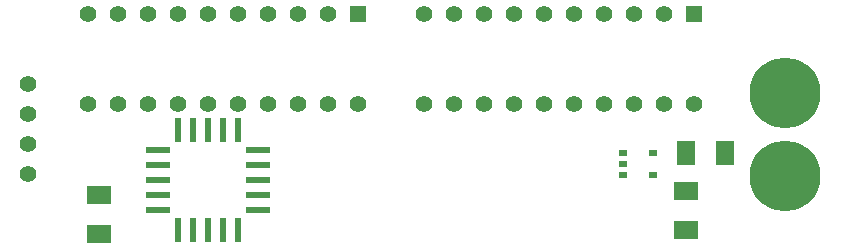
<source format=gbs>
G04 (created by PCBNEW (2013-may-18)-stable) date Thu Jun 15 09:17:52 2017*
%MOIN*%
G04 Gerber Fmt 3.4, Leading zero omitted, Abs format*
%FSLAX34Y34*%
G01*
G70*
G90*
G04 APERTURE LIST*
%ADD10C,0.00590551*%
%ADD11R,0.03X0.02*%
%ADD12R,0.08X0.06*%
%ADD13R,0.06X0.08*%
%ADD14C,0.23622*%
%ADD15R,0.0787402X0.023622*%
%ADD16R,0.023622X0.0787402*%
%ADD17R,0.055X0.055*%
%ADD18C,0.055*%
G04 APERTURE END LIST*
G54D10*
G54D11*
X29578Y-10985D03*
X29578Y-10235D03*
X30578Y-10985D03*
X29578Y-10610D03*
X30578Y-10235D03*
G54D12*
X31692Y-12815D03*
X31692Y-11515D03*
G54D13*
X31692Y-10236D03*
X32992Y-10236D03*
G54D12*
X12106Y-12953D03*
X12106Y-11653D03*
G54D14*
X35000Y-11003D03*
X35000Y-8248D03*
G54D15*
X17421Y-11161D03*
X17421Y-11661D03*
X17421Y-12161D03*
X17421Y-10661D03*
X17421Y-10161D03*
X14074Y-12161D03*
X14074Y-11661D03*
X14074Y-11161D03*
X14074Y-10661D03*
X14074Y-10161D03*
G54D16*
X16748Y-12834D03*
X16248Y-12834D03*
X15748Y-12834D03*
X15248Y-12834D03*
X14748Y-12834D03*
X14748Y-9488D03*
X15248Y-9488D03*
X15748Y-9488D03*
X16248Y-9488D03*
X16748Y-9488D03*
G54D17*
X20740Y-5606D03*
G54D18*
X19740Y-5606D03*
X18740Y-5606D03*
X17740Y-5606D03*
X16740Y-5606D03*
X15740Y-5606D03*
X14740Y-5606D03*
X13740Y-5606D03*
X12740Y-5606D03*
X11740Y-5606D03*
X11740Y-8606D03*
X12740Y-8606D03*
X13740Y-8606D03*
X14740Y-8606D03*
X15740Y-8606D03*
X16740Y-8606D03*
X17740Y-8606D03*
X18740Y-8606D03*
X19740Y-8606D03*
X20740Y-8606D03*
G54D17*
X31940Y-5606D03*
G54D18*
X30940Y-5606D03*
X29940Y-5606D03*
X28940Y-5606D03*
X27940Y-5606D03*
X26940Y-5606D03*
X25940Y-5606D03*
X24940Y-5606D03*
X23940Y-5606D03*
X22940Y-5606D03*
X22940Y-8606D03*
X23940Y-8606D03*
X24940Y-8606D03*
X25940Y-8606D03*
X26940Y-8606D03*
X27940Y-8606D03*
X28940Y-8606D03*
X29940Y-8606D03*
X30940Y-8606D03*
X31940Y-8606D03*
X9763Y-7964D03*
X9763Y-8964D03*
X9763Y-9952D03*
X9763Y-10952D03*
M02*

</source>
